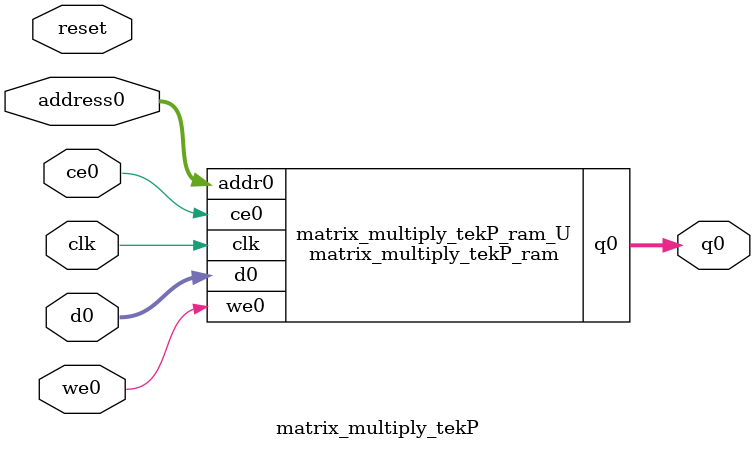
<source format=v>

`timescale 1 ns / 1 ps
module matrix_multiply_tekP_ram (addr0, ce0, d0, we0, q0,  clk);

parameter DWIDTH = 8;
parameter AWIDTH = 7;
parameter MEM_SIZE = 128;

input[AWIDTH-1:0] addr0;
input ce0;
input[DWIDTH-1:0] d0;
input we0;
output reg[DWIDTH-1:0] q0;
input clk;

(* ram_style = "block" *)reg [DWIDTH-1:0] ram[0:MEM_SIZE-1];




always @(posedge clk)  
begin 
    if (ce0) 
    begin
        if (we0) 
        begin 
            ram[addr0] <= d0; 
            q0 <= d0;
        end 
        else 
            q0 <= ram[addr0];
    end
end


endmodule


`timescale 1 ns / 1 ps
module matrix_multiply_tekP(
    reset,
    clk,
    address0,
    ce0,
    we0,
    d0,
    q0);

parameter DataWidth = 32'd8;
parameter AddressRange = 32'd128;
parameter AddressWidth = 32'd7;
input reset;
input clk;
input[AddressWidth - 1:0] address0;
input ce0;
input we0;
input[DataWidth - 1:0] d0;
output[DataWidth - 1:0] q0;



matrix_multiply_tekP_ram matrix_multiply_tekP_ram_U(
    .clk( clk ),
    .addr0( address0 ),
    .ce0( ce0 ),
    .we0( we0 ),
    .d0( d0 ),
    .q0( q0 ));

endmodule


</source>
